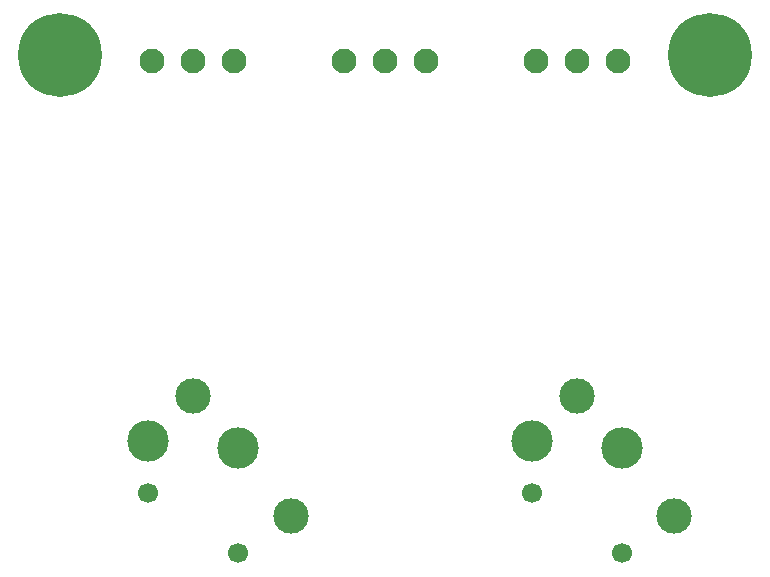
<source format=gbr>
%TF.GenerationSoftware,KiCad,Pcbnew,(5.1.6-0)*%
%TF.CreationDate,2023-04-12T18:51:22-07:00*%
%TF.ProjectId,input_buffer_bal_XLR_SMD_1206,696e7075-745f-4627-9566-6665725f6261,rev?*%
%TF.SameCoordinates,Original*%
%TF.FileFunction,Soldermask,Bot*%
%TF.FilePolarity,Negative*%
%FSLAX46Y46*%
G04 Gerber Fmt 4.6, Leading zero omitted, Abs format (unit mm)*
G04 Created by KiCad (PCBNEW (5.1.6-0)) date 2023-04-12 18:51:22*
%MOMM*%
%LPD*%
G01*
G04 APERTURE LIST*
%ADD10C,0.900000*%
%ADD11C,7.100000*%
%ADD12C,3.000000*%
%ADD13C,1.700000*%
%ADD14C,3.500000*%
%ADD15C,2.100000*%
G04 APERTURE END LIST*
D10*
%TO.C,H2*%
X150606155Y-106893845D03*
X148750000Y-106125000D03*
X146893845Y-106893845D03*
X146125000Y-108750000D03*
X146893845Y-110606155D03*
X148750000Y-111375000D03*
X150606155Y-110606155D03*
X151375000Y-108750000D03*
D11*
X148750000Y-108750000D03*
%TD*%
D10*
%TO.C,H1*%
X95606155Y-106893845D03*
X93750000Y-106125000D03*
X91893845Y-106893845D03*
X91125000Y-108750000D03*
X91893845Y-110606155D03*
X93750000Y-111375000D03*
X95606155Y-110606155D03*
X96375000Y-108750000D03*
D11*
X93750000Y-108750000D03*
%TD*%
D12*
%TO.C,J2*%
X145750000Y-147760000D03*
D13*
X133690000Y-145850000D03*
X141310000Y-150930000D03*
D12*
X137500000Y-137590000D03*
D14*
X133690000Y-141405000D03*
X141310000Y-142040000D03*
%TD*%
D12*
%TO.C,J1*%
X113250000Y-147760000D03*
D13*
X101190000Y-145850000D03*
X108810000Y-150930000D03*
D12*
X105000000Y-137590000D03*
D14*
X101190000Y-141405000D03*
X108810000Y-142040000D03*
%TD*%
D15*
%TO.C,J5*%
X134000000Y-109250000D03*
X137500000Y-109250000D03*
X141000000Y-109250000D03*
%TD*%
%TO.C,J4*%
X101500000Y-109250000D03*
X105000000Y-109250000D03*
X108500000Y-109250000D03*
%TD*%
%TO.C,J3*%
X117750000Y-109250000D03*
X121250000Y-109250000D03*
X124750000Y-109250000D03*
%TD*%
M02*

</source>
